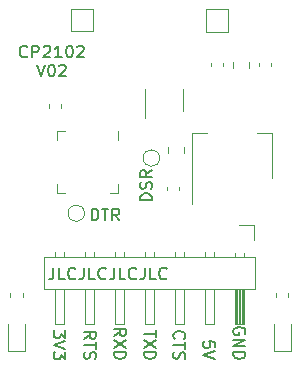
<source format=gbr>
%TF.GenerationSoftware,KiCad,Pcbnew,(5.99.0-11663-g8172737d6f)*%
%TF.CreationDate,2021-08-09T10:24:35+02:00*%
%TF.ProjectId,Framework_Serial,4672616d-6577-46f7-926b-5f5365726961,rev?*%
%TF.SameCoordinates,Original*%
%TF.FileFunction,Legend,Top*%
%TF.FilePolarity,Positive*%
%FSLAX46Y46*%
G04 Gerber Fmt 4.6, Leading zero omitted, Abs format (unit mm)*
G04 Created by KiCad (PCBNEW (5.99.0-11663-g8172737d6f)) date 2021-08-09 10:24:35*
%MOMM*%
%LPD*%
G01*
G04 APERTURE LIST*
%ADD10C,0.150000*%
%ADD11C,0.120000*%
G04 APERTURE END LIST*
D10*
X72154761Y-31802142D02*
X72107142Y-31849761D01*
X71964285Y-31897380D01*
X71869047Y-31897380D01*
X71726190Y-31849761D01*
X71630952Y-31754523D01*
X71583333Y-31659285D01*
X71535714Y-31468809D01*
X71535714Y-31325952D01*
X71583333Y-31135476D01*
X71630952Y-31040238D01*
X71726190Y-30945000D01*
X71869047Y-30897380D01*
X71964285Y-30897380D01*
X72107142Y-30945000D01*
X72154761Y-30992619D01*
X72583333Y-31897380D02*
X72583333Y-30897380D01*
X72964285Y-30897380D01*
X73059523Y-30945000D01*
X73107142Y-30992619D01*
X73154761Y-31087857D01*
X73154761Y-31230714D01*
X73107142Y-31325952D01*
X73059523Y-31373571D01*
X72964285Y-31421190D01*
X72583333Y-31421190D01*
X73535714Y-30992619D02*
X73583333Y-30945000D01*
X73678571Y-30897380D01*
X73916666Y-30897380D01*
X74011904Y-30945000D01*
X74059523Y-30992619D01*
X74107142Y-31087857D01*
X74107142Y-31183095D01*
X74059523Y-31325952D01*
X73488095Y-31897380D01*
X74107142Y-31897380D01*
X75059523Y-31897380D02*
X74488095Y-31897380D01*
X74773809Y-31897380D02*
X74773809Y-30897380D01*
X74678571Y-31040238D01*
X74583333Y-31135476D01*
X74488095Y-31183095D01*
X75678571Y-30897380D02*
X75773809Y-30897380D01*
X75869047Y-30945000D01*
X75916666Y-30992619D01*
X75964285Y-31087857D01*
X76011904Y-31278333D01*
X76011904Y-31516428D01*
X75964285Y-31706904D01*
X75916666Y-31802142D01*
X75869047Y-31849761D01*
X75773809Y-31897380D01*
X75678571Y-31897380D01*
X75583333Y-31849761D01*
X75535714Y-31802142D01*
X75488095Y-31706904D01*
X75440476Y-31516428D01*
X75440476Y-31278333D01*
X75488095Y-31087857D01*
X75535714Y-30992619D01*
X75583333Y-30945000D01*
X75678571Y-30897380D01*
X76392857Y-30992619D02*
X76440476Y-30945000D01*
X76535714Y-30897380D01*
X76773809Y-30897380D01*
X76869047Y-30945000D01*
X76916666Y-30992619D01*
X76964285Y-31087857D01*
X76964285Y-31183095D01*
X76916666Y-31325952D01*
X76345238Y-31897380D01*
X76964285Y-31897380D01*
X72964285Y-32507380D02*
X73297619Y-33507380D01*
X73630952Y-32507380D01*
X74154761Y-32507380D02*
X74250000Y-32507380D01*
X74345238Y-32555000D01*
X74392857Y-32602619D01*
X74440476Y-32697857D01*
X74488095Y-32888333D01*
X74488095Y-33126428D01*
X74440476Y-33316904D01*
X74392857Y-33412142D01*
X74345238Y-33459761D01*
X74250000Y-33507380D01*
X74154761Y-33507380D01*
X74059523Y-33459761D01*
X74011904Y-33412142D01*
X73964285Y-33316904D01*
X73916666Y-33126428D01*
X73916666Y-32888333D01*
X73964285Y-32697857D01*
X74011904Y-32602619D01*
X74059523Y-32555000D01*
X74154761Y-32507380D01*
X74869047Y-32602619D02*
X74916666Y-32555000D01*
X75011904Y-32507380D01*
X75250000Y-32507380D01*
X75345238Y-32555000D01*
X75392857Y-32602619D01*
X75440476Y-32697857D01*
X75440476Y-32793095D01*
X75392857Y-32935952D01*
X74821428Y-33507380D01*
X75440476Y-33507380D01*
X74380952Y-49702380D02*
X74380952Y-50416666D01*
X74333333Y-50559523D01*
X74238095Y-50654761D01*
X74095238Y-50702380D01*
X74000000Y-50702380D01*
X75333333Y-50702380D02*
X74857142Y-50702380D01*
X74857142Y-49702380D01*
X76238095Y-50607142D02*
X76190476Y-50654761D01*
X76047619Y-50702380D01*
X75952380Y-50702380D01*
X75809523Y-50654761D01*
X75714285Y-50559523D01*
X75666666Y-50464285D01*
X75619047Y-50273809D01*
X75619047Y-50130952D01*
X75666666Y-49940476D01*
X75714285Y-49845238D01*
X75809523Y-49750000D01*
X75952380Y-49702380D01*
X76047619Y-49702380D01*
X76190476Y-49750000D01*
X76238095Y-49797619D01*
X76952380Y-49702380D02*
X76952380Y-50416666D01*
X76904761Y-50559523D01*
X76809523Y-50654761D01*
X76666666Y-50702380D01*
X76571428Y-50702380D01*
X77904761Y-50702380D02*
X77428571Y-50702380D01*
X77428571Y-49702380D01*
X78809523Y-50607142D02*
X78761904Y-50654761D01*
X78619047Y-50702380D01*
X78523809Y-50702380D01*
X78380952Y-50654761D01*
X78285714Y-50559523D01*
X78238095Y-50464285D01*
X78190476Y-50273809D01*
X78190476Y-50130952D01*
X78238095Y-49940476D01*
X78285714Y-49845238D01*
X78380952Y-49750000D01*
X78523809Y-49702380D01*
X78619047Y-49702380D01*
X78761904Y-49750000D01*
X78809523Y-49797619D01*
X79523809Y-49702380D02*
X79523809Y-50416666D01*
X79476190Y-50559523D01*
X79380952Y-50654761D01*
X79238095Y-50702380D01*
X79142857Y-50702380D01*
X80476190Y-50702380D02*
X80000000Y-50702380D01*
X80000000Y-49702380D01*
X81380952Y-50607142D02*
X81333333Y-50654761D01*
X81190476Y-50702380D01*
X81095238Y-50702380D01*
X80952380Y-50654761D01*
X80857142Y-50559523D01*
X80809523Y-50464285D01*
X80761904Y-50273809D01*
X80761904Y-50130952D01*
X80809523Y-49940476D01*
X80857142Y-49845238D01*
X80952380Y-49750000D01*
X81095238Y-49702380D01*
X81190476Y-49702380D01*
X81333333Y-49750000D01*
X81380952Y-49797619D01*
X82095238Y-49702380D02*
X82095238Y-50416666D01*
X82047619Y-50559523D01*
X81952380Y-50654761D01*
X81809523Y-50702380D01*
X81714285Y-50702380D01*
X83047619Y-50702380D02*
X82571428Y-50702380D01*
X82571428Y-49702380D01*
X83952380Y-50607142D02*
X83904761Y-50654761D01*
X83761904Y-50702380D01*
X83666666Y-50702380D01*
X83523809Y-50654761D01*
X83428571Y-50559523D01*
X83380952Y-50464285D01*
X83333333Y-50273809D01*
X83333333Y-50130952D01*
X83380952Y-49940476D01*
X83428571Y-49845238D01*
X83523809Y-49750000D01*
X83666666Y-49702380D01*
X83761904Y-49702380D01*
X83904761Y-49750000D01*
X83952380Y-49797619D01*
X82702380Y-43988095D02*
X81702380Y-43988095D01*
X81702380Y-43750000D01*
X81750000Y-43607142D01*
X81845238Y-43511904D01*
X81940476Y-43464285D01*
X82130952Y-43416666D01*
X82273809Y-43416666D01*
X82464285Y-43464285D01*
X82559523Y-43511904D01*
X82654761Y-43607142D01*
X82702380Y-43750000D01*
X82702380Y-43988095D01*
X82654761Y-43035714D02*
X82702380Y-42892857D01*
X82702380Y-42654761D01*
X82654761Y-42559523D01*
X82607142Y-42511904D01*
X82511904Y-42464285D01*
X82416666Y-42464285D01*
X82321428Y-42511904D01*
X82273809Y-42559523D01*
X82226190Y-42654761D01*
X82178571Y-42845238D01*
X82130952Y-42940476D01*
X82083333Y-42988095D01*
X81988095Y-43035714D01*
X81892857Y-43035714D01*
X81797619Y-42988095D01*
X81750000Y-42940476D01*
X81702380Y-42845238D01*
X81702380Y-42607142D01*
X81750000Y-42464285D01*
X82702380Y-41464285D02*
X82226190Y-41797619D01*
X82702380Y-42035714D02*
X81702380Y-42035714D01*
X81702380Y-41654761D01*
X81750000Y-41559523D01*
X81797619Y-41511904D01*
X81892857Y-41464285D01*
X82035714Y-41464285D01*
X82130952Y-41511904D01*
X82178571Y-41559523D01*
X82226190Y-41654761D01*
X82226190Y-42035714D01*
X77607142Y-45702380D02*
X77607142Y-44702380D01*
X77845238Y-44702380D01*
X77988095Y-44750000D01*
X78083333Y-44845238D01*
X78130952Y-44940476D01*
X78178571Y-45130952D01*
X78178571Y-45273809D01*
X78130952Y-45464285D01*
X78083333Y-45559523D01*
X77988095Y-45654761D01*
X77845238Y-45702380D01*
X77607142Y-45702380D01*
X78464285Y-44702380D02*
X79035714Y-44702380D01*
X78750000Y-45702380D02*
X78750000Y-44702380D01*
X79940476Y-45702380D02*
X79607142Y-45226190D01*
X79369047Y-45702380D02*
X79369047Y-44702380D01*
X79750000Y-44702380D01*
X79845238Y-44750000D01*
X79892857Y-44797619D01*
X79940476Y-44892857D01*
X79940476Y-45035714D01*
X79892857Y-45130952D01*
X79845238Y-45178571D01*
X79750000Y-45226190D01*
X79369047Y-45226190D01*
%TO.C,J1*%
X75390822Y-55016666D02*
X75390822Y-55635714D01*
X75009869Y-55302381D01*
X75009869Y-55445238D01*
X74962250Y-55540476D01*
X74914631Y-55588095D01*
X74819393Y-55635714D01*
X74581298Y-55635714D01*
X74486060Y-55588095D01*
X74438441Y-55540476D01*
X74390822Y-55445238D01*
X74390822Y-55159523D01*
X74438441Y-55064285D01*
X74486060Y-55016666D01*
X75390822Y-55921428D02*
X74390822Y-56254762D01*
X75390822Y-56588095D01*
X75390822Y-56826190D02*
X75390822Y-57445238D01*
X75009869Y-57111904D01*
X75009869Y-57254762D01*
X74962250Y-57350000D01*
X74914631Y-57397619D01*
X74819393Y-57445238D01*
X74581298Y-57445238D01*
X74486060Y-57397619D01*
X74438441Y-57350000D01*
X74390822Y-57254762D01*
X74390822Y-56969047D01*
X74438441Y-56873809D01*
X74486060Y-56826190D01*
X76967619Y-55717380D02*
X77443809Y-55384047D01*
X76967619Y-55145952D02*
X77967619Y-55145952D01*
X77967619Y-55526904D01*
X77920000Y-55622142D01*
X77872380Y-55669761D01*
X77777142Y-55717380D01*
X77634285Y-55717380D01*
X77539047Y-55669761D01*
X77491428Y-55622142D01*
X77443809Y-55526904D01*
X77443809Y-55145952D01*
X77967619Y-56003095D02*
X77967619Y-56574523D01*
X76967619Y-56288809D02*
X77967619Y-56288809D01*
X77015238Y-56860238D02*
X76967619Y-57003095D01*
X76967619Y-57241190D01*
X77015238Y-57336428D01*
X77062857Y-57384047D01*
X77158095Y-57431666D01*
X77253333Y-57431666D01*
X77348571Y-57384047D01*
X77396190Y-57336428D01*
X77443809Y-57241190D01*
X77491428Y-57050714D01*
X77539047Y-56955476D01*
X77586666Y-56907857D01*
X77681904Y-56860238D01*
X77777142Y-56860238D01*
X77872380Y-56907857D01*
X77920000Y-56955476D01*
X77967619Y-57050714D01*
X77967619Y-57288809D01*
X77920000Y-57431666D01*
X79507619Y-55471333D02*
X79983809Y-55138000D01*
X79507619Y-54899904D02*
X80507619Y-54899904D01*
X80507619Y-55280857D01*
X80460000Y-55376095D01*
X80412380Y-55423714D01*
X80317142Y-55471333D01*
X80174285Y-55471333D01*
X80079047Y-55423714D01*
X80031428Y-55376095D01*
X79983809Y-55280857D01*
X79983809Y-54899904D01*
X80507619Y-55804666D02*
X79507619Y-56471333D01*
X80507619Y-56471333D02*
X79507619Y-55804666D01*
X79507619Y-56852285D02*
X80507619Y-56852285D01*
X80507619Y-57090380D01*
X80460000Y-57233238D01*
X80364761Y-57328476D01*
X80269523Y-57376095D01*
X80079047Y-57423714D01*
X79936190Y-57423714D01*
X79745714Y-57376095D01*
X79650476Y-57328476D01*
X79555238Y-57233238D01*
X79507619Y-57090380D01*
X79507619Y-56852285D01*
X83047619Y-55003095D02*
X83047619Y-55574523D01*
X82047619Y-55288809D02*
X83047619Y-55288809D01*
X83047619Y-55812619D02*
X82047619Y-56479285D01*
X83047619Y-56479285D02*
X82047619Y-55812619D01*
X82047619Y-56860238D02*
X83047619Y-56860238D01*
X83047619Y-57098333D01*
X83000000Y-57241190D01*
X82904761Y-57336428D01*
X82809523Y-57384047D01*
X82619047Y-57431666D01*
X82476190Y-57431666D01*
X82285714Y-57384047D01*
X82190476Y-57336428D01*
X82095238Y-57241190D01*
X82047619Y-57098333D01*
X82047619Y-56860238D01*
X84629374Y-55713928D02*
X84581755Y-55666309D01*
X84534136Y-55523452D01*
X84534136Y-55428214D01*
X84581755Y-55285357D01*
X84676993Y-55190119D01*
X84772231Y-55142500D01*
X84962707Y-55094881D01*
X85105564Y-55094881D01*
X85296040Y-55142500D01*
X85391278Y-55190119D01*
X85486517Y-55285357D01*
X85534136Y-55428214D01*
X85534136Y-55523452D01*
X85486517Y-55666309D01*
X85438897Y-55713928D01*
X85534136Y-55999643D02*
X85534136Y-56571071D01*
X84534136Y-56285357D02*
X85534136Y-56285357D01*
X84581755Y-56856786D02*
X84534136Y-56999643D01*
X84534136Y-57237738D01*
X84581755Y-57332976D01*
X84629374Y-57380595D01*
X84724612Y-57428214D01*
X84819850Y-57428214D01*
X84915088Y-57380595D01*
X84962707Y-57332976D01*
X85010326Y-57237738D01*
X85057945Y-57047262D01*
X85105564Y-56952024D01*
X85153183Y-56904405D01*
X85248421Y-56856786D01*
X85343659Y-56856786D01*
X85438897Y-56904405D01*
X85486517Y-56952024D01*
X85534136Y-57047262D01*
X85534136Y-57285357D01*
X85486517Y-57428214D01*
X88048320Y-56462741D02*
X88048320Y-55986551D01*
X87572129Y-55938932D01*
X87619748Y-55986551D01*
X87667367Y-56081789D01*
X87667367Y-56319884D01*
X87619748Y-56415122D01*
X87572129Y-56462741D01*
X87476891Y-56510360D01*
X87238796Y-56510360D01*
X87143558Y-56462741D01*
X87095939Y-56415122D01*
X87048320Y-56319884D01*
X87048320Y-56081789D01*
X87095939Y-55986551D01*
X87143558Y-55938932D01*
X88048320Y-56796075D02*
X87048320Y-57129408D01*
X88048320Y-57462741D01*
X90572069Y-55315610D02*
X90619688Y-55220372D01*
X90619688Y-55077515D01*
X90572069Y-54934657D01*
X90476830Y-54839419D01*
X90381592Y-54791800D01*
X90191116Y-54744181D01*
X90048259Y-54744181D01*
X89857783Y-54791800D01*
X89762545Y-54839419D01*
X89667307Y-54934657D01*
X89619688Y-55077515D01*
X89619688Y-55172753D01*
X89667307Y-55315610D01*
X89714926Y-55363229D01*
X90048259Y-55363229D01*
X90048259Y-55172753D01*
X89619688Y-55791800D02*
X90619688Y-55791800D01*
X89619688Y-56363229D01*
X90619688Y-56363229D01*
X89619688Y-56839419D02*
X90619688Y-56839419D01*
X90619688Y-57077515D01*
X90572069Y-57220372D01*
X90476830Y-57315610D01*
X90381592Y-57363229D01*
X90191116Y-57410848D01*
X90048259Y-57410848D01*
X89857783Y-57363229D01*
X89762545Y-57315610D01*
X89667307Y-57220372D01*
X89619688Y-57077515D01*
X89619688Y-56839419D01*
D11*
X85420000Y-51475000D02*
X85420000Y-54487000D01*
X84660000Y-54487000D02*
X84660000Y-51475000D01*
X90500000Y-51475000D02*
X90500000Y-54487000D01*
X79580000Y-54487000D02*
X79580000Y-51475000D01*
X75260000Y-54487000D02*
X74500000Y-54487000D01*
X90200000Y-51475000D02*
X90200000Y-54487000D01*
X87960000Y-54487000D02*
X87200000Y-54487000D01*
X73550000Y-51475000D02*
X91450000Y-51475000D01*
X77800000Y-51475000D02*
X77800000Y-54487000D01*
X80340000Y-54487000D02*
X79580000Y-54487000D01*
X85420000Y-48417929D02*
X85420000Y-48815000D01*
X82120000Y-48417929D02*
X82120000Y-48815000D01*
X89840000Y-51475000D02*
X89840000Y-54487000D01*
X90500000Y-54487000D02*
X89740000Y-54487000D01*
X90080000Y-51475000D02*
X90080000Y-54487000D01*
X87200000Y-54487000D02*
X87200000Y-51475000D01*
X90440000Y-51475000D02*
X90440000Y-54487000D01*
X80340000Y-48417929D02*
X80340000Y-48815000D01*
X91450000Y-48815000D02*
X73550000Y-48815000D01*
X77040000Y-48417929D02*
X77040000Y-48815000D01*
X91450000Y-51475000D02*
X91450000Y-48815000D01*
X91390000Y-46105000D02*
X91390000Y-47375000D01*
X87200000Y-48417929D02*
X87200000Y-48815000D01*
X89960000Y-51475000D02*
X89960000Y-54487000D01*
X79580000Y-48417929D02*
X79580000Y-48815000D01*
X84660000Y-48417929D02*
X84660000Y-48815000D01*
X80340000Y-51475000D02*
X80340000Y-54487000D01*
X74500000Y-48417929D02*
X74500000Y-48815000D01*
X89740000Y-54487000D02*
X89740000Y-51475000D01*
X87960000Y-51475000D02*
X87960000Y-54487000D01*
X90320000Y-51475000D02*
X90320000Y-54487000D01*
X77801000Y-54487000D02*
X77041000Y-54487000D01*
X74500000Y-54487000D02*
X74500000Y-51475000D01*
X85420000Y-54487000D02*
X84660000Y-54487000D01*
X90120000Y-46105000D02*
X91390000Y-46105000D01*
X73550000Y-48815000D02*
X73550000Y-51475000D01*
X77040000Y-54487000D02*
X77040000Y-51475000D01*
X82880000Y-51475000D02*
X82880000Y-54487000D01*
X89740000Y-48485000D02*
X89740000Y-48815000D01*
X82120000Y-54487000D02*
X82120000Y-51475000D01*
X82880000Y-54487000D02*
X82120000Y-54487000D01*
X90500000Y-48485000D02*
X90500000Y-48815000D01*
X75260000Y-51475000D02*
X75260000Y-54487000D01*
X82880000Y-48417929D02*
X82880000Y-48815000D01*
X87960000Y-48417929D02*
X87960000Y-48815000D01*
X75260000Y-48417929D02*
X75260000Y-48815000D01*
X77800000Y-48417929D02*
X77800000Y-48815000D01*
%TO.C,TP4*%
X87268020Y-27811941D02*
X89168020Y-27811941D01*
X89168020Y-27811941D02*
X89168020Y-29711941D01*
X89168020Y-29711941D02*
X87268020Y-29711941D01*
X87268020Y-29711941D02*
X87268020Y-27811941D01*
%TO.C,TP3*%
X75838836Y-27802515D02*
X77738836Y-27802515D01*
X77738836Y-27802515D02*
X77738836Y-29702515D01*
X77738836Y-29702515D02*
X75838836Y-29702515D01*
X75838836Y-29702515D02*
X75838836Y-27802515D01*
%TO.C,C8*%
X85460000Y-39491422D02*
X85460000Y-40008578D01*
X84040000Y-39491422D02*
X84040000Y-40008578D01*
%TO.C,TP2*%
X83370051Y-40428698D02*
G75*
G03*
X83370051Y-40428698I-700000J0D01*
G01*
%TO.C,TP1*%
X77005662Y-45092617D02*
G75*
G03*
X77005662Y-45092617I-700000J0D01*
G01*
%TO.C,U3*%
X92910000Y-38340000D02*
X91650000Y-38340000D01*
X86090000Y-38340000D02*
X87350000Y-38340000D01*
X92910000Y-42100000D02*
X92910000Y-38340000D01*
X86090000Y-44350000D02*
X86090000Y-38340000D01*
%TO.C,C6*%
X73990000Y-36162779D02*
X73990000Y-35837221D01*
X75010000Y-36162779D02*
X75010000Y-35837221D01*
%TO.C,C3*%
X83990000Y-43162779D02*
X83990000Y-42837221D01*
X85010000Y-43162779D02*
X85010000Y-42837221D01*
%TO.C,FB1*%
X90960000Y-32303922D02*
X90960000Y-32821078D01*
X89540000Y-32303922D02*
X89540000Y-32821078D01*
%TO.C,R5*%
X70740000Y-51837221D02*
X70740000Y-52162779D01*
X71760000Y-51837221D02*
X71760000Y-52162779D01*
%TO.C,U2*%
X74640000Y-42635000D02*
X74640000Y-43360000D01*
X74640000Y-38865000D02*
X74640000Y-38140000D01*
X79860000Y-42635000D02*
X79860000Y-43360000D01*
X74640000Y-38140000D02*
X75365000Y-38140000D01*
X79860000Y-43360000D02*
X79135000Y-43360000D01*
X79860000Y-38865000D02*
X79860000Y-38140000D01*
X74640000Y-43360000D02*
X75365000Y-43360000D01*
%TO.C,R6*%
X93240000Y-51837221D02*
X93240000Y-52162779D01*
X94260000Y-51837221D02*
X94260000Y-52162779D01*
%TO.C,C1*%
X87740000Y-32337221D02*
X87740000Y-32662779D01*
X88760000Y-32337221D02*
X88760000Y-32662779D01*
%TO.C,U1*%
X85360000Y-36400000D02*
X85360000Y-34600000D01*
X82140000Y-34600000D02*
X82140000Y-37050000D01*
%TO.C,D1*%
X71985000Y-56735000D02*
X71985000Y-54450000D01*
X70515000Y-56735000D02*
X71985000Y-56735000D01*
X70515000Y-54450000D02*
X70515000Y-56735000D01*
%TO.C,D2*%
X93015000Y-56735000D02*
X94485000Y-56735000D01*
X93015000Y-54450000D02*
X93015000Y-56735000D01*
X94485000Y-56735000D02*
X94485000Y-54450000D01*
%TO.C,C2*%
X91740000Y-32662779D02*
X91740000Y-32337221D01*
X92760000Y-32662779D02*
X92760000Y-32337221D01*
%TD*%
M02*

</source>
